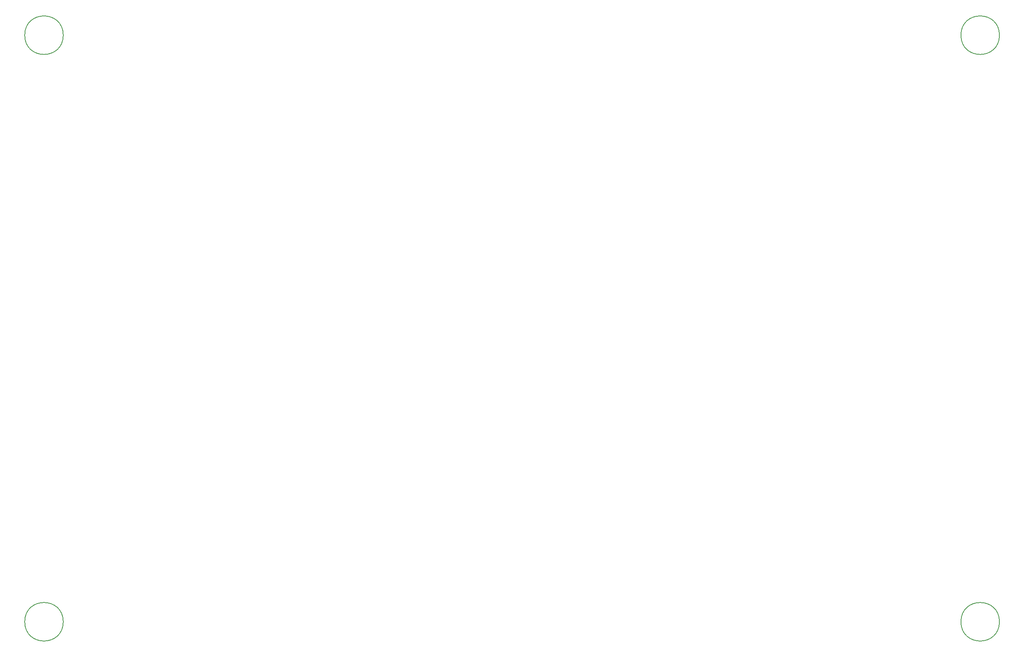
<source format=gbr>
%TF.GenerationSoftware,KiCad,Pcbnew,(5.1.9)-1*%
%TF.CreationDate,2021-11-22T08:04:15-03:00*%
%TF.ProjectId,inversor 1.2,696e7665-7273-46f7-9220-312e322e6b69,rev?*%
%TF.SameCoordinates,Original*%
%TF.FileFunction,Other,Comment*%
%FSLAX46Y46*%
G04 Gerber Fmt 4.6, Leading zero omitted, Abs format (unit mm)*
G04 Created by KiCad (PCBNEW (5.1.9)-1) date 2021-11-22 08:04:15*
%MOMM*%
%LPD*%
G01*
G04 APERTURE LIST*
%ADD10C,0.150000*%
G04 APERTURE END LIST*
D10*
%TO.C,~*%
X45800000Y-151500000D02*
G75*
G03*
X45800000Y-151500000I-4300000J0D01*
G01*
X45800000Y-20500000D02*
G75*
G03*
X45800000Y-20500000I-4300000J0D01*
G01*
X254800000Y-151500000D02*
G75*
G03*
X254800000Y-151500000I-4300000J0D01*
G01*
X254800000Y-20500000D02*
G75*
G03*
X254800000Y-20500000I-4300000J0D01*
G01*
%TD*%
M02*

</source>
